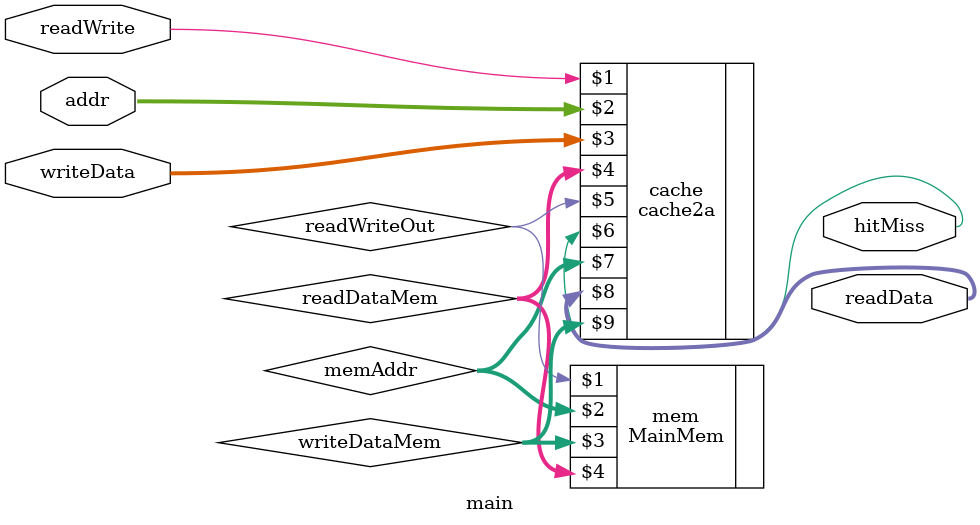
<source format=v>
`timescale 1ns / 1ps

module main(
    input readWrite, // 0 for read, 1 for write
    input [9:0] addr, // byte address, [9:5] tag, [4] cache index, [3:2] word offset, [1:0] byte offset
    input [31:0] writeData, //word data from cpu to be writen
    output hitMiss, // 1 for hit, 0 for miss, state flag
    output [31:0] readData // data to cpu
);

    wire [127:0] readDataMem, writeDataMem;
    wire [9:0] memAddr;
    wire readWriteOut;
    MainMem mem(readWriteOut, memAddr, writeDataMem, readDataMem);
    cache2a cache (readWrite, addr, writeData, readDataMem, readWriteOut, hitMiss, memAddr, readData, writeDataMem);

endmodule
</source>
